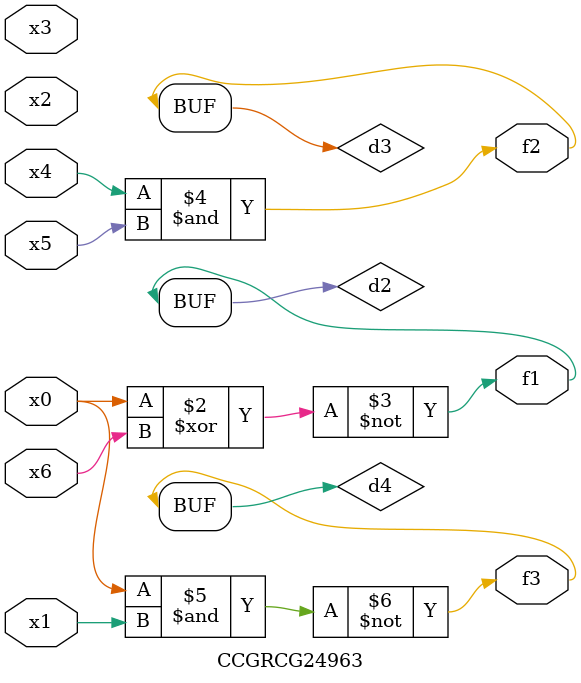
<source format=v>
module CCGRCG24963(
	input x0, x1, x2, x3, x4, x5, x6,
	output f1, f2, f3
);

	wire d1, d2, d3, d4;

	nor (d1, x0);
	xnor (d2, x0, x6);
	and (d3, x4, x5);
	nand (d4, x0, x1);
	assign f1 = d2;
	assign f2 = d3;
	assign f3 = d4;
endmodule

</source>
